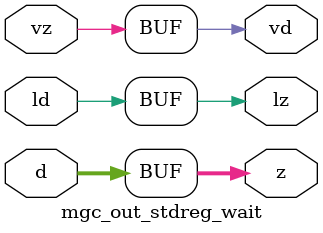
<source format=v>
module mgc_out_stdreg_wait (ld, vd, d, lz, vz, z);
  parameter integer rscid = 1;
  parameter integer width = 8;
  input              ld;
  output             vd;
  input  [width-1:0] d;
  output             lz;
  input              vz;
  output [width-1:0] z;
  wire               vd;
  wire               lz;
  wire   [width-1:0] z;
  assign z = d;
  assign lz = ld;
  assign vd = vz;
endmodule
</source>
